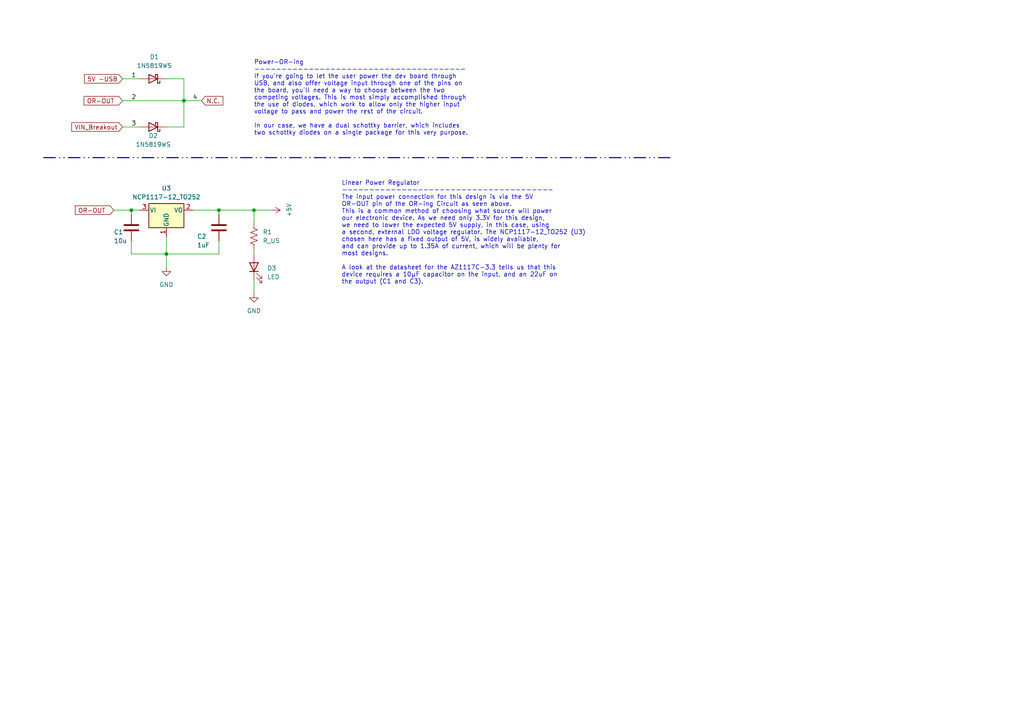
<source format=kicad_sch>
(kicad_sch (version 20230121) (generator eeschema)
  (paper "A4")
  (lib_symbols
    (symbol "Device:C" (pin_numbers hide) (pin_names (offset 0.254))
      (property "Reference" "C" (at 0.635 2.54 0))
      (property "Value" "C" (at 0.635 -2.54 0))
      (symbol "C_0_1"
        (polyline (pts (xy -2.032 -0.762) (xy 2.032 -0.762)) (stroke (width 0.508)))
        (polyline (pts (xy -2.032 0.762) (xy 2.032 0.762)) (stroke (width 0.508)))
      )
      (symbol "C_1_1"
        (pin passive line (at 0 3.81 270) (length 2.794) (name "~") (number "1"))
        (pin passive line (at 0 -3.81 90) (length 2.794) (name "~") (number "2"))
      )
    )
    (symbol "Device:LED" (pin_numbers hide) (pin_names (offset 1.016) hide)
      (property "Reference" "D" (at 0 2.54 0))
      (property "Value" "LED" (at 0 -2.54 0))
      (symbol "LED_0_1"
        (polyline (pts (xy -1.27 -1.27) (xy -1.27 1.27)) (stroke (width 0.254)))
        (polyline (pts (xy -1.27 0) (xy 1.27 0)))
        (polyline (pts (xy 1.27 -1.27) (xy 1.27 1.27) (xy -1.27 0) (xy 1.27 -1.27)) (stroke (width 0.254)))
        (polyline (pts (xy -3.048 -0.762) (xy -4.572 -2.286) (xy -3.81 -2.286) (xy -4.572 -2.286) (xy -4.572 -1.524)))
        (polyline (pts (xy -1.778 -0.762) (xy -3.302 -2.286) (xy -2.54 -2.286) (xy -3.302 -2.286) (xy -3.302 -1.524)))
      )
      (symbol "LED_1_1"
        (pin passive line (at -3.81 0 0) (length 2.54) (name "K") (number "1"))
        (pin passive line (at 3.81 0 180) (length 2.54) (name "A") (number "2"))
      )
    )
    (symbol "Device:R_US" (pin_numbers hide) (pin_names (offset 0))
      (property "Reference" "R" (at 2.54 0 90))
      (property "Value" "R_US" (at -2.54 0 90))
      (symbol "R_US_0_1"
        (polyline (pts (xy 0 -2.286) (xy 0 -2.54)))
        (polyline (pts (xy 0 2.286) (xy 0 2.54)))
        (polyline (pts (xy 0 -0.762) (xy 1.016 -1.143) (xy 0 -1.524) (xy -1.016 -1.905) (xy 0 -2.286)))
        (polyline (pts (xy 0 0.762) (xy 1.016 0.381) (xy 0 0) (xy -1.016 -0.381) (xy 0 -0.762)))
        (polyline (pts (xy 0 2.286) (xy 1.016 1.905) (xy 0 1.524) (xy -1.016 1.143) (xy 0 0.762)))
      )
      (symbol "R_US_1_1"
        (pin passive line (at 0 3.81 270) (length 1.27) (name "~") (number "1"))
        (pin passive line (at 0 -3.81 90) (length 1.27) (name "~") (number "2"))
      )
    )
    (symbol "Diode:1N5819WS" (pin_numbers hide) (pin_names (offset 1.016) hide)
      (property "Reference" "D" (at 0 2.54 0))
      (property "Value" "1N5819WS" (at 0 -2.54 0))
      (symbol "1N5819WS_0_1"
        (polyline (pts (xy 1.27 0) (xy -1.27 0)))
        (polyline (pts (xy 1.27 1.27) (xy 1.27 -1.27) (xy -1.27 0) (xy 1.27 1.27)) (stroke (width 0.254)))
        (polyline (pts (xy -1.905 0.635) (xy -1.905 1.27) (xy -1.27 1.27) (xy -1.27 -1.27) (xy -0.635 -1.27) (xy -0.635 -0.635)) (stroke (width 0.254)))
      )
      (symbol "1N5819WS_1_1"
        (pin passive line (at -3.81 0 0) (length 2.54) (name "K") (number "1"))
        (pin passive line (at 3.81 0 180) (length 2.54) (name "A") (number "2"))
      )
    )
    (symbol "Regulator_Linear:NCP1117-12_TO252" (pin_names (offset 0.254))
      (property "Reference" "U" (at -3.81 3.175 0))
      (property "Value" "NCP1117-12_TO252" (at 0 3.175 0))
      (symbol "NCP1117-12_TO252_0_1"
        (rectangle (start -5.08 1.905) (end 5.08 -5.08) (stroke (width 0.254)) (fill (type background)))
      )
      (symbol "NCP1117-12_TO252_1_1"
        (pin power_in line (at 0 -7.62 90) (length 2.54) (name "GND") (number "1"))
        (pin power_out line (at 7.62 0 180) (length 2.54) (name "VO") (number "2"))
        (pin power_in line (at -7.62 0 0) (length 2.54) (name "VI") (number "3"))
      )
    )
    (symbol "power:+5V" (power) (pin_names (offset 0))
      (property "Value" "+5V" (at 0 3.556 0))
      (symbol "+5V_0_1"
        (polyline (pts (xy -0.762 1.27) (xy 0 2.54)))
        (polyline (pts (xy 0 0) (xy 0 2.54)))
        (polyline (pts (xy 0 2.54) (xy 0.762 1.27)))
      )
      (symbol "+5V_1_1"
        (pin power_in line (at 0 0 90) (length 0) hide (name "+5V") (number "1"))
      )
    )
    (symbol "power:GND" (power) (pin_names (offset 0))
      (property "Value" "GND" (at 0 -3.81 0))
      (symbol "GND_0_1"
        (polyline (pts (xy 0 0) (xy 0 -1.27) (xy 1.27 -1.27) (xy 0 -2.54) (xy -1.27 -1.27) (xy 0 -1.27)))
      )
      (symbol "GND_1_1"
        (pin power_in line (at 0 0 270) (length 0) hide (name "GND") (number "1"))
      )
    )
  )
  (junction (at 53.34 29.21))
  (junction (at 63.5 60.96))
  (junction (at 38.1 60.96))
  (junction (at 48.26 73.66))
  (junction (at 73.66 60.96))
  (wire (pts (xy 48.26 36.83) (xy 53.34 36.83)))
  (wire (pts (xy 38.1 60.96) (xy 38.1 62.23)))
  (wire (pts (xy 38.1 73.66) (xy 48.26 73.66)))
  (wire (pts (xy 48.26 73.66) (xy 48.26 77.47)))
  (wire (pts (xy 53.34 22.86) (xy 53.34 29.21)))
  (wire (pts (xy 53.34 29.21) (xy 53.34 36.83)))
  (wire (pts (xy 38.1 60.96) (xy 40.64 60.96)))
  (wire (pts (xy 35.56 36.83) (xy 40.64 36.83)))
  (wire (pts (xy 63.5 60.96) (xy 63.5 62.23)))
  (wire (pts (xy 38.1 69.85) (xy 38.1 73.66)))
  (wire (pts (xy 33.02 60.96) (xy 38.1 60.96)))
  (wire (pts (xy 63.5 60.96) (xy 73.66 60.96)))
  (wire (pts (xy 48.26 68.58) (xy 48.26 73.66)))
  (wire (pts (xy 55.88 60.96) (xy 63.5 60.96)))
  (wire (pts (xy 73.66 72.39) (xy 73.66 73.66)))
  (wire (pts (xy 73.66 81.28) (xy 73.66 85.09)))
  (wire (pts (xy 48.26 73.66) (xy 63.5 73.66)))
  (wire (pts (xy 73.66 60.96) (xy 78.74 60.96)))
  (wire (pts (xy 35.56 29.21) (xy 53.34 29.21)))
  (wire (pts (xy 35.56 22.86) (xy 40.64 22.86)))
  (wire (pts (xy 48.26 22.86) (xy 53.34 22.86)))
  (wire (pts (xy 53.34 29.21) (xy 58.42 29.21)))
  (wire (pts (xy 73.66 60.96) (xy 73.66 64.77)))
  (wire (pts (xy 63.5 69.85) (xy 63.5 73.66)))
  (bus (pts (xy 12.7 45.72) (xy 194.31 45.72)) (stroke (width 0) (type dash_dot_dot)))
  (text "Linear Power Regulator\n---------------------------------------\nThe input power connection for this design is via the 5V \nOR-OUT pin of the OR-ing Circuit as seen above.\nThis is a common method of choosing what source will power\nour electronic device. As we need only 3.3V for this design, \nwe need to lower the expected 5V supply, in this case, using \na second, external LDO voltage regulator. The NCP1117-12_TO252 (U3) \nchosen here has a fixed output of 5V, is widely available, \nand can provide up to 1.35A of current, which will be plenty for \nmost designs.\n\nA look at the datasheet for the AZ1117C-3.3 tells us that this \ndevice requires a 10μF capacitor on the input, and an 22uF on\nthe output (C1 and C3)." (at 99.06 82.55 0) (effects (font (size 1.27 1.27)) (justify left bottom)))
  (text "Power-OR-ing\n---------------------------------------\nIf you're going to let the user power the dev board through \nUSB, and also offer voltage input through one of the pins on \nthe board, you'll need a way to choose between the two \ncompeting voltages. This is most simply accomplished through \nthe use of diodes, which work to allow only the higher input \nvoltage to pass and power the rest of the circuit.\n\nIn our case, we have a dual schottky barrier, which includes \ntwo schottky diodes on a single package for this very purpose. " (at 73.66 39.37 0) (effects (font (size 1.27 1.27)) (justify left bottom)))
  (label "4" (at 55.88 29.21 0))
  (label "1" (at 38.1 22.86 0))
  (label "3" (at 38.1 36.83 0))
  (label "2" (at 38.1 29.21 0))
  (global_label "OR-OUT " (shape input) (at 33.02 60.96 180) (property "Intersheetrefs" "${INTERSHEET_REFS}" (effects hide)))
  (global_label "VIN_Breakout" (shape input) (at 35.56 36.83 180) (property "Intersheetrefs" "${INTERSHEET_REFS}" (effects hide)))
  (global_label "5V -USB" (shape input) (at 35.56 22.86 180) (property "Intersheetrefs" "${INTERSHEET_REFS}" (effects hide)))
  (global_label "N.C." (shape input) (at 58.42 29.21 0) (property "Intersheetrefs" "${INTERSHEET_REFS}" (effects hide)))
  (global_label "OR-OUT " (shape input) (at 35.56 29.21 180) (property "Intersheetrefs" "${INTERSHEET_REFS}" (effects hide)))
  (symbol (lib_id "Device:C") (at 38.1 66.04 0) (unit 1)
    (property "Reference" "C1" (at 33.02 67.31 0) (effects (justify left)))
    (property "Value" "10u" (at 33.02 69.85 0) (effects (justify left)))
    (instances (project "getting-started" (path "" (reference "C1") (unit 1))) (project "tool_board" (path "" (reference "C8") (unit 1))) (project "powerdeliverykicad_sch" (path "" (reference "C1") (unit 1))))
  )
  (symbol (lib_id "power:GND") (at 48.26 77.47 0) (unit 1)
    (property "Reference" "#PWR01" (effects hide))
    (property "Value" "GND" (at 48.26 82.55 0))
    (instances (project "getting-started" (path "" (reference "#PWR01") (unit 1))) (project "tool_board" (path "" (reference "#PWR08") (unit 1))) (project "powerdeliverykicad_sch" (path "" (reference "#PWR01") (unit 1))))
  )
  (symbol (lib_id "power:GND") (at 73.66 85.09 0) (unit 1)
    (property "Reference" "#PWR03" (effects hide))
    (property "Value" "GND" (at 73.66 90.17 0))
    (instances (project "getting-started" (path "" (reference "#PWR03") (unit 1))) (project "tool_board" (path "" (reference "#PWR09") (unit 1))) (project "powerdeliverykicad_sch" (path "" (reference "#PWR03") (unit 1))))
  )
  (symbol (lib_id "Device:C") (at 63.5 66.04 0) (unit 1)
    (property "Reference" "C2" (at 57.15 68.58 0) (effects (justify left)))
    (property "Value" "1uF" (at 57.15 71.12 0) (effects (justify left)))
    (instances (project "getting-started" (path "" (reference "C2") (unit 1))) (project "tool_board" (path "" (reference "C9") (unit 1))) (project "powerdeliverykicad_sch" (path "" (reference "C2") (unit 1))))
  )
  (symbol (lib_id "Diode:1N5819WS") (at 44.45 36.83 180) (unit 1)
    (property "Reference" "D2" (at 44.45 39.37 0))
    (property "Value" "1N5819WS" (at 44.45 41.91 0))
    (property "Footprint" "Diode_SMD:D_SOD-323" (effects hide))
    (property "Datasheet" "https://datasheet.lcsc.com/lcsc/2204281430_Guangdong-Hottech-1N5819WS_C191023.pdf" (effects hide))
    (instances (project "getting-started" (path "" (reference "D2") (unit 1))) (project "tool_board" (path "" (reference "D3") (unit 1))) (project "powerdeliverykicad_sch" (path "" (reference "D2") (unit 1))))
  )
  (symbol (lib_id "Device:LED") (at 73.66 77.47 90) (unit 1)
    (property "Reference" "D3" (at 77.47 77.7875 90) (effects (justify right)))
    (property "Value" "LED" (at 77.47 80.3275 90) (effects (justify right)))
    (instances (project "getting-started" (path "" (reference "D3") (unit 1))) (project "tool_board" (path "" (reference "D4") (unit 1))) (project "powerdeliverykicad_sch" (path "" (reference "D3") (unit 1))))
  )
  (symbol (lib_id "power:+5V") (at 78.74 60.96 270) (unit 1)
    (property "Reference" "#PWR01" (effects hide))
    (property "Value" "+5V" (at 83.82 60.96 0))
    (instances (project "tool_board" (path "" (reference "#PWR01") (unit 1)) (path "" (reference "#PWR010") (unit 1))))
  )
  (symbol (lib_id "Device:R_US") (at 73.66 68.58 0) (unit 1)
    (property "Reference" "R1" (at 76.2 67.31 0) (effects (justify left)))
    (property "Value" "R_US" (at 76.2 69.85 0) (effects (justify left)))
    (instances (project "getting-started" (path "" (reference "R1") (unit 1))) (project "tool_board" (path "" (reference "R3") (unit 1))) (project "powerdeliverykicad_sch" (path "" (reference "R1") (unit 1))))
  )
  (symbol (lib_id "Diode:1N5819WS") (at 44.45 22.86 180) (unit 1)
    (property "Reference" "D1" (at 44.7675 16.51 0))
    (property "Value" "1N5819WS" (at 44.7675 19.05 0))
    (property "Footprint" "Diode_SMD:D_SOD-323" (effects hide))
    (property "Datasheet" "https://datasheet.lcsc.com/lcsc/2204281430_Guangdong-Hottech-1N5819WS_C191023.pdf" (effects hide))
    (instances (project "getting-started" (path "" (reference "D1") (unit 1))) (project "tool_board" (path "" (reference "D2") (unit 1))) (project "powerdeliverykicad_sch" (path "" (reference "D1") (unit 1))))
  )
  (symbol (lib_id "Regulator_Linear:NCP1117-12_TO252") (at 48.26 60.96 0) (unit 1)
    (property "Reference" "U3" (at 48.26 54.61 0))
    (property "Value" "NCP1117-12_TO252" (at 48.26 57.15 0))
    (property "Footprint" "Package_TO_SOT_SMD:TO-252-2" (effects hide))
    (property "Datasheet" "http://www.onsemi.com/pub_link/Collateral/NCP1117-D.PDF" (effects hide))
  )
)
</source>
